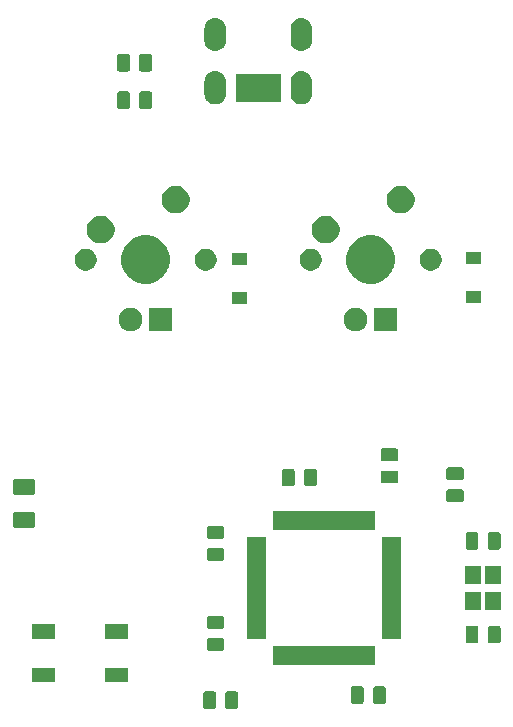
<source format=gbr>
G04 #@! TF.GenerationSoftware,KiCad,Pcbnew,(5.1.4)-1*
G04 #@! TF.CreationDate,2023-01-16T00:03:53+01:00*
G04 #@! TF.ProjectId,2ButtonKeyboardPCB,32427574-746f-46e4-9b65-79626f617264,rev?*
G04 #@! TF.SameCoordinates,Original*
G04 #@! TF.FileFunction,Soldermask,Bot*
G04 #@! TF.FilePolarity,Negative*
%FSLAX46Y46*%
G04 Gerber Fmt 4.6, Leading zero omitted, Abs format (unit mm)*
G04 Created by KiCad (PCBNEW (5.1.4)-1) date 2023-01-16 00:03:53*
%MOMM*%
%LPD*%
G04 APERTURE LIST*
%ADD10C,0.100000*%
G04 APERTURE END LIST*
D10*
G36*
X168790718Y-105616065D02*
G01*
X168829388Y-105627796D01*
X168865027Y-105646846D01*
X168896267Y-105672483D01*
X168921904Y-105703723D01*
X168940954Y-105739362D01*
X168952685Y-105778032D01*
X168957250Y-105824388D01*
X168957250Y-106900612D01*
X168952685Y-106946968D01*
X168940954Y-106985638D01*
X168921904Y-107021277D01*
X168896267Y-107052517D01*
X168865027Y-107078154D01*
X168829388Y-107097204D01*
X168790718Y-107108935D01*
X168744362Y-107113500D01*
X168093138Y-107113500D01*
X168046782Y-107108935D01*
X168008112Y-107097204D01*
X167972473Y-107078154D01*
X167941233Y-107052517D01*
X167915596Y-107021277D01*
X167896546Y-106985638D01*
X167884815Y-106946968D01*
X167880250Y-106900612D01*
X167880250Y-105824388D01*
X167884815Y-105778032D01*
X167896546Y-105739362D01*
X167915596Y-105703723D01*
X167941233Y-105672483D01*
X167972473Y-105646846D01*
X168008112Y-105627796D01*
X168046782Y-105616065D01*
X168093138Y-105611500D01*
X168744362Y-105611500D01*
X168790718Y-105616065D01*
X168790718Y-105616065D01*
G37*
G36*
X166915718Y-105616065D02*
G01*
X166954388Y-105627796D01*
X166990027Y-105646846D01*
X167021267Y-105672483D01*
X167046904Y-105703723D01*
X167065954Y-105739362D01*
X167077685Y-105778032D01*
X167082250Y-105824388D01*
X167082250Y-106900612D01*
X167077685Y-106946968D01*
X167065954Y-106985638D01*
X167046904Y-107021277D01*
X167021267Y-107052517D01*
X166990027Y-107078154D01*
X166954388Y-107097204D01*
X166915718Y-107108935D01*
X166869362Y-107113500D01*
X166218138Y-107113500D01*
X166171782Y-107108935D01*
X166133112Y-107097204D01*
X166097473Y-107078154D01*
X166066233Y-107052517D01*
X166040596Y-107021277D01*
X166021546Y-106985638D01*
X166009815Y-106946968D01*
X166005250Y-106900612D01*
X166005250Y-105824388D01*
X166009815Y-105778032D01*
X166021546Y-105739362D01*
X166040596Y-105703723D01*
X166066233Y-105672483D01*
X166097473Y-105646846D01*
X166133112Y-105627796D01*
X166171782Y-105616065D01*
X166218138Y-105611500D01*
X166869362Y-105611500D01*
X166915718Y-105616065D01*
X166915718Y-105616065D01*
G37*
G36*
X181300218Y-105171565D02*
G01*
X181338888Y-105183296D01*
X181374527Y-105202346D01*
X181405767Y-105227983D01*
X181431404Y-105259223D01*
X181450454Y-105294862D01*
X181462185Y-105333532D01*
X181466750Y-105379888D01*
X181466750Y-106456112D01*
X181462185Y-106502468D01*
X181450454Y-106541138D01*
X181431404Y-106576777D01*
X181405767Y-106608017D01*
X181374527Y-106633654D01*
X181338888Y-106652704D01*
X181300218Y-106664435D01*
X181253862Y-106669000D01*
X180602638Y-106669000D01*
X180556282Y-106664435D01*
X180517612Y-106652704D01*
X180481973Y-106633654D01*
X180450733Y-106608017D01*
X180425096Y-106576777D01*
X180406046Y-106541138D01*
X180394315Y-106502468D01*
X180389750Y-106456112D01*
X180389750Y-105379888D01*
X180394315Y-105333532D01*
X180406046Y-105294862D01*
X180425096Y-105259223D01*
X180450733Y-105227983D01*
X180481973Y-105202346D01*
X180517612Y-105183296D01*
X180556282Y-105171565D01*
X180602638Y-105167000D01*
X181253862Y-105167000D01*
X181300218Y-105171565D01*
X181300218Y-105171565D01*
G37*
G36*
X179425218Y-105171565D02*
G01*
X179463888Y-105183296D01*
X179499527Y-105202346D01*
X179530767Y-105227983D01*
X179556404Y-105259223D01*
X179575454Y-105294862D01*
X179587185Y-105333532D01*
X179591750Y-105379888D01*
X179591750Y-106456112D01*
X179587185Y-106502468D01*
X179575454Y-106541138D01*
X179556404Y-106576777D01*
X179530767Y-106608017D01*
X179499527Y-106633654D01*
X179463888Y-106652704D01*
X179425218Y-106664435D01*
X179378862Y-106669000D01*
X178727638Y-106669000D01*
X178681282Y-106664435D01*
X178642612Y-106652704D01*
X178606973Y-106633654D01*
X178575733Y-106608017D01*
X178550096Y-106576777D01*
X178531046Y-106541138D01*
X178519315Y-106502468D01*
X178514750Y-106456112D01*
X178514750Y-105379888D01*
X178519315Y-105333532D01*
X178531046Y-105294862D01*
X178550096Y-105259223D01*
X178575733Y-105227983D01*
X178606973Y-105202346D01*
X178642612Y-105183296D01*
X178681282Y-105171565D01*
X178727638Y-105167000D01*
X179378862Y-105167000D01*
X179425218Y-105171565D01*
X179425218Y-105171565D01*
G37*
G36*
X159626000Y-104844750D02*
G01*
X157724000Y-104844750D01*
X157724000Y-103642750D01*
X159626000Y-103642750D01*
X159626000Y-104844750D01*
X159626000Y-104844750D01*
G37*
G36*
X153426000Y-104844750D02*
G01*
X151524000Y-104844750D01*
X151524000Y-103642750D01*
X153426000Y-103642750D01*
X153426000Y-104844750D01*
X153426000Y-104844750D01*
G37*
G36*
X180538500Y-103338500D02*
G01*
X171886500Y-103338500D01*
X171886500Y-101736500D01*
X180538500Y-101736500D01*
X180538500Y-103338500D01*
X180538500Y-103338500D01*
G37*
G36*
X167621218Y-101114565D02*
G01*
X167659888Y-101126296D01*
X167695527Y-101145346D01*
X167726767Y-101170983D01*
X167752404Y-101202223D01*
X167771454Y-101237862D01*
X167783185Y-101276532D01*
X167787750Y-101322888D01*
X167787750Y-101974112D01*
X167783185Y-102020468D01*
X167771454Y-102059138D01*
X167752404Y-102094777D01*
X167726767Y-102126017D01*
X167695527Y-102151654D01*
X167659888Y-102170704D01*
X167621218Y-102182435D01*
X167574862Y-102187000D01*
X166498638Y-102187000D01*
X166452282Y-102182435D01*
X166413612Y-102170704D01*
X166377973Y-102151654D01*
X166346733Y-102126017D01*
X166321096Y-102094777D01*
X166302046Y-102059138D01*
X166290315Y-102020468D01*
X166285750Y-101974112D01*
X166285750Y-101322888D01*
X166290315Y-101276532D01*
X166302046Y-101237862D01*
X166321096Y-101202223D01*
X166346733Y-101170983D01*
X166377973Y-101145346D01*
X166413612Y-101126296D01*
X166452282Y-101114565D01*
X166498638Y-101110000D01*
X167574862Y-101110000D01*
X167621218Y-101114565D01*
X167621218Y-101114565D01*
G37*
G36*
X191015718Y-100059815D02*
G01*
X191054388Y-100071546D01*
X191090027Y-100090596D01*
X191121267Y-100116233D01*
X191146904Y-100147473D01*
X191165954Y-100183112D01*
X191177685Y-100221782D01*
X191182250Y-100268138D01*
X191182250Y-101344362D01*
X191177685Y-101390718D01*
X191165954Y-101429388D01*
X191146904Y-101465027D01*
X191121267Y-101496267D01*
X191090027Y-101521904D01*
X191054388Y-101540954D01*
X191015718Y-101552685D01*
X190969362Y-101557250D01*
X190318138Y-101557250D01*
X190271782Y-101552685D01*
X190233112Y-101540954D01*
X190197473Y-101521904D01*
X190166233Y-101496267D01*
X190140596Y-101465027D01*
X190121546Y-101429388D01*
X190109815Y-101390718D01*
X190105250Y-101344362D01*
X190105250Y-100268138D01*
X190109815Y-100221782D01*
X190121546Y-100183112D01*
X190140596Y-100147473D01*
X190166233Y-100116233D01*
X190197473Y-100090596D01*
X190233112Y-100071546D01*
X190271782Y-100059815D01*
X190318138Y-100055250D01*
X190969362Y-100055250D01*
X191015718Y-100059815D01*
X191015718Y-100059815D01*
G37*
G36*
X189140718Y-100059815D02*
G01*
X189179388Y-100071546D01*
X189215027Y-100090596D01*
X189246267Y-100116233D01*
X189271904Y-100147473D01*
X189290954Y-100183112D01*
X189302685Y-100221782D01*
X189307250Y-100268138D01*
X189307250Y-101344362D01*
X189302685Y-101390718D01*
X189290954Y-101429388D01*
X189271904Y-101465027D01*
X189246267Y-101496267D01*
X189215027Y-101521904D01*
X189179388Y-101540954D01*
X189140718Y-101552685D01*
X189094362Y-101557250D01*
X188443138Y-101557250D01*
X188396782Y-101552685D01*
X188358112Y-101540954D01*
X188322473Y-101521904D01*
X188291233Y-101496267D01*
X188265596Y-101465027D01*
X188246546Y-101429388D01*
X188234815Y-101390718D01*
X188230250Y-101344362D01*
X188230250Y-100268138D01*
X188234815Y-100221782D01*
X188246546Y-100183112D01*
X188265596Y-100147473D01*
X188291233Y-100116233D01*
X188322473Y-100090596D01*
X188358112Y-100071546D01*
X188396782Y-100059815D01*
X188443138Y-100055250D01*
X189094362Y-100055250D01*
X189140718Y-100059815D01*
X189140718Y-100059815D01*
G37*
G36*
X182713500Y-101163500D02*
G01*
X181111500Y-101163500D01*
X181111500Y-92511500D01*
X182713500Y-92511500D01*
X182713500Y-101163500D01*
X182713500Y-101163500D01*
G37*
G36*
X171313500Y-101163500D02*
G01*
X169711500Y-101163500D01*
X169711500Y-92511500D01*
X171313500Y-92511500D01*
X171313500Y-101163500D01*
X171313500Y-101163500D01*
G37*
G36*
X153426000Y-101144750D02*
G01*
X151524000Y-101144750D01*
X151524000Y-99942750D01*
X153426000Y-99942750D01*
X153426000Y-101144750D01*
X153426000Y-101144750D01*
G37*
G36*
X159626000Y-101144750D02*
G01*
X157724000Y-101144750D01*
X157724000Y-99942750D01*
X159626000Y-99942750D01*
X159626000Y-101144750D01*
X159626000Y-101144750D01*
G37*
G36*
X167621218Y-99239565D02*
G01*
X167659888Y-99251296D01*
X167695527Y-99270346D01*
X167726767Y-99295983D01*
X167752404Y-99327223D01*
X167771454Y-99362862D01*
X167783185Y-99401532D01*
X167787750Y-99447888D01*
X167787750Y-100099112D01*
X167783185Y-100145468D01*
X167771454Y-100184138D01*
X167752404Y-100219777D01*
X167726767Y-100251017D01*
X167695527Y-100276654D01*
X167659888Y-100295704D01*
X167621218Y-100307435D01*
X167574862Y-100312000D01*
X166498638Y-100312000D01*
X166452282Y-100307435D01*
X166413612Y-100295704D01*
X166377973Y-100276654D01*
X166346733Y-100251017D01*
X166321096Y-100219777D01*
X166302046Y-100184138D01*
X166290315Y-100145468D01*
X166285750Y-100099112D01*
X166285750Y-99447888D01*
X166290315Y-99401532D01*
X166302046Y-99362862D01*
X166321096Y-99327223D01*
X166346733Y-99295983D01*
X166377973Y-99270346D01*
X166413612Y-99251296D01*
X166452282Y-99239565D01*
X166498638Y-99235000D01*
X167574862Y-99235000D01*
X167621218Y-99239565D01*
X167621218Y-99239565D01*
G37*
G36*
X189507250Y-98688500D02*
G01*
X188205250Y-98688500D01*
X188205250Y-97186500D01*
X189507250Y-97186500D01*
X189507250Y-98688500D01*
X189507250Y-98688500D01*
G37*
G36*
X191207250Y-98688500D02*
G01*
X189905250Y-98688500D01*
X189905250Y-97186500D01*
X191207250Y-97186500D01*
X191207250Y-98688500D01*
X191207250Y-98688500D01*
G37*
G36*
X191207250Y-96488500D02*
G01*
X189905250Y-96488500D01*
X189905250Y-94986500D01*
X191207250Y-94986500D01*
X191207250Y-96488500D01*
X191207250Y-96488500D01*
G37*
G36*
X189507250Y-96488500D02*
G01*
X188205250Y-96488500D01*
X188205250Y-94986500D01*
X189507250Y-94986500D01*
X189507250Y-96488500D01*
X189507250Y-96488500D01*
G37*
G36*
X167621218Y-93494565D02*
G01*
X167659888Y-93506296D01*
X167695527Y-93525346D01*
X167726767Y-93550983D01*
X167752404Y-93582223D01*
X167771454Y-93617862D01*
X167783185Y-93656532D01*
X167787750Y-93702888D01*
X167787750Y-94354112D01*
X167783185Y-94400468D01*
X167771454Y-94439138D01*
X167752404Y-94474777D01*
X167726767Y-94506017D01*
X167695527Y-94531654D01*
X167659888Y-94550704D01*
X167621218Y-94562435D01*
X167574862Y-94567000D01*
X166498638Y-94567000D01*
X166452282Y-94562435D01*
X166413612Y-94550704D01*
X166377973Y-94531654D01*
X166346733Y-94506017D01*
X166321096Y-94474777D01*
X166302046Y-94439138D01*
X166290315Y-94400468D01*
X166285750Y-94354112D01*
X166285750Y-93702888D01*
X166290315Y-93656532D01*
X166302046Y-93617862D01*
X166321096Y-93582223D01*
X166346733Y-93550983D01*
X166377973Y-93525346D01*
X166413612Y-93506296D01*
X166452282Y-93494565D01*
X166498638Y-93490000D01*
X167574862Y-93490000D01*
X167621218Y-93494565D01*
X167621218Y-93494565D01*
G37*
G36*
X189140718Y-92122315D02*
G01*
X189179388Y-92134046D01*
X189215027Y-92153096D01*
X189246267Y-92178733D01*
X189271904Y-92209973D01*
X189290954Y-92245612D01*
X189302685Y-92284282D01*
X189307250Y-92330638D01*
X189307250Y-93406862D01*
X189302685Y-93453218D01*
X189290954Y-93491888D01*
X189271904Y-93527527D01*
X189246267Y-93558767D01*
X189215027Y-93584404D01*
X189179388Y-93603454D01*
X189140718Y-93615185D01*
X189094362Y-93619750D01*
X188443138Y-93619750D01*
X188396782Y-93615185D01*
X188358112Y-93603454D01*
X188322473Y-93584404D01*
X188291233Y-93558767D01*
X188265596Y-93527527D01*
X188246546Y-93491888D01*
X188234815Y-93453218D01*
X188230250Y-93406862D01*
X188230250Y-92330638D01*
X188234815Y-92284282D01*
X188246546Y-92245612D01*
X188265596Y-92209973D01*
X188291233Y-92178733D01*
X188322473Y-92153096D01*
X188358112Y-92134046D01*
X188396782Y-92122315D01*
X188443138Y-92117750D01*
X189094362Y-92117750D01*
X189140718Y-92122315D01*
X189140718Y-92122315D01*
G37*
G36*
X191015718Y-92122315D02*
G01*
X191054388Y-92134046D01*
X191090027Y-92153096D01*
X191121267Y-92178733D01*
X191146904Y-92209973D01*
X191165954Y-92245612D01*
X191177685Y-92284282D01*
X191182250Y-92330638D01*
X191182250Y-93406862D01*
X191177685Y-93453218D01*
X191165954Y-93491888D01*
X191146904Y-93527527D01*
X191121267Y-93558767D01*
X191090027Y-93584404D01*
X191054388Y-93603454D01*
X191015718Y-93615185D01*
X190969362Y-93619750D01*
X190318138Y-93619750D01*
X190271782Y-93615185D01*
X190233112Y-93603454D01*
X190197473Y-93584404D01*
X190166233Y-93558767D01*
X190140596Y-93527527D01*
X190121546Y-93491888D01*
X190109815Y-93453218D01*
X190105250Y-93406862D01*
X190105250Y-92330638D01*
X190109815Y-92284282D01*
X190121546Y-92245612D01*
X190140596Y-92209973D01*
X190166233Y-92178733D01*
X190197473Y-92153096D01*
X190233112Y-92134046D01*
X190271782Y-92122315D01*
X190318138Y-92117750D01*
X190969362Y-92117750D01*
X191015718Y-92122315D01*
X191015718Y-92122315D01*
G37*
G36*
X167621218Y-91619565D02*
G01*
X167659888Y-91631296D01*
X167695527Y-91650346D01*
X167726767Y-91675983D01*
X167752404Y-91707223D01*
X167771454Y-91742862D01*
X167783185Y-91781532D01*
X167787750Y-91827888D01*
X167787750Y-92479112D01*
X167783185Y-92525468D01*
X167771454Y-92564138D01*
X167752404Y-92599777D01*
X167726767Y-92631017D01*
X167695527Y-92656654D01*
X167659888Y-92675704D01*
X167621218Y-92687435D01*
X167574862Y-92692000D01*
X166498638Y-92692000D01*
X166452282Y-92687435D01*
X166413612Y-92675704D01*
X166377973Y-92656654D01*
X166346733Y-92631017D01*
X166321096Y-92599777D01*
X166302046Y-92564138D01*
X166290315Y-92525468D01*
X166285750Y-92479112D01*
X166285750Y-91827888D01*
X166290315Y-91781532D01*
X166302046Y-91742862D01*
X166321096Y-91707223D01*
X166346733Y-91675983D01*
X166377973Y-91650346D01*
X166413612Y-91631296D01*
X166452282Y-91619565D01*
X166498638Y-91615000D01*
X167574862Y-91615000D01*
X167621218Y-91619565D01*
X167621218Y-91619565D01*
G37*
G36*
X180538500Y-91938500D02*
G01*
X171886500Y-91938500D01*
X171886500Y-90336500D01*
X180538500Y-90336500D01*
X180538500Y-91938500D01*
X180538500Y-91938500D01*
G37*
G36*
X151581104Y-90422097D02*
G01*
X151617644Y-90433182D01*
X151651321Y-90451183D01*
X151680841Y-90475409D01*
X151705067Y-90504929D01*
X151723068Y-90538606D01*
X151734153Y-90575146D01*
X151738500Y-90619288D01*
X151738500Y-91568212D01*
X151734153Y-91612354D01*
X151723068Y-91648894D01*
X151705067Y-91682571D01*
X151680841Y-91712091D01*
X151651321Y-91736317D01*
X151617644Y-91754318D01*
X151581104Y-91765403D01*
X151536962Y-91769750D01*
X150088038Y-91769750D01*
X150043896Y-91765403D01*
X150007356Y-91754318D01*
X149973679Y-91736317D01*
X149944159Y-91712091D01*
X149919933Y-91682571D01*
X149901932Y-91648894D01*
X149890847Y-91612354D01*
X149886500Y-91568212D01*
X149886500Y-90619288D01*
X149890847Y-90575146D01*
X149901932Y-90538606D01*
X149919933Y-90504929D01*
X149944159Y-90475409D01*
X149973679Y-90451183D01*
X150007356Y-90433182D01*
X150043896Y-90422097D01*
X150088038Y-90417750D01*
X151536962Y-90417750D01*
X151581104Y-90422097D01*
X151581104Y-90422097D01*
G37*
G36*
X187909468Y-88509815D02*
G01*
X187948138Y-88521546D01*
X187983777Y-88540596D01*
X188015017Y-88566233D01*
X188040654Y-88597473D01*
X188059704Y-88633112D01*
X188071435Y-88671782D01*
X188076000Y-88718138D01*
X188076000Y-89369362D01*
X188071435Y-89415718D01*
X188059704Y-89454388D01*
X188040654Y-89490027D01*
X188015017Y-89521267D01*
X187983777Y-89546904D01*
X187948138Y-89565954D01*
X187909468Y-89577685D01*
X187863112Y-89582250D01*
X186786888Y-89582250D01*
X186740532Y-89577685D01*
X186701862Y-89565954D01*
X186666223Y-89546904D01*
X186634983Y-89521267D01*
X186609346Y-89490027D01*
X186590296Y-89454388D01*
X186578565Y-89415718D01*
X186574000Y-89369362D01*
X186574000Y-88718138D01*
X186578565Y-88671782D01*
X186590296Y-88633112D01*
X186609346Y-88597473D01*
X186634983Y-88566233D01*
X186666223Y-88540596D01*
X186701862Y-88521546D01*
X186740532Y-88509815D01*
X186786888Y-88505250D01*
X187863112Y-88505250D01*
X187909468Y-88509815D01*
X187909468Y-88509815D01*
G37*
G36*
X151581104Y-87622097D02*
G01*
X151617644Y-87633182D01*
X151651321Y-87651183D01*
X151680841Y-87675409D01*
X151705067Y-87704929D01*
X151723068Y-87738606D01*
X151734153Y-87775146D01*
X151738500Y-87819288D01*
X151738500Y-88768212D01*
X151734153Y-88812354D01*
X151723068Y-88848894D01*
X151705067Y-88882571D01*
X151680841Y-88912091D01*
X151651321Y-88936317D01*
X151617644Y-88954318D01*
X151581104Y-88965403D01*
X151536962Y-88969750D01*
X150088038Y-88969750D01*
X150043896Y-88965403D01*
X150007356Y-88954318D01*
X149973679Y-88936317D01*
X149944159Y-88912091D01*
X149919933Y-88882571D01*
X149901932Y-88848894D01*
X149890847Y-88812354D01*
X149886500Y-88768212D01*
X149886500Y-87819288D01*
X149890847Y-87775146D01*
X149901932Y-87738606D01*
X149919933Y-87704929D01*
X149944159Y-87675409D01*
X149973679Y-87651183D01*
X150007356Y-87633182D01*
X150043896Y-87622097D01*
X150088038Y-87617750D01*
X151536962Y-87617750D01*
X151581104Y-87622097D01*
X151581104Y-87622097D01*
G37*
G36*
X175458218Y-86756565D02*
G01*
X175496888Y-86768296D01*
X175532527Y-86787346D01*
X175563767Y-86812983D01*
X175589404Y-86844223D01*
X175608454Y-86879862D01*
X175620185Y-86918532D01*
X175624750Y-86964888D01*
X175624750Y-88041112D01*
X175620185Y-88087468D01*
X175608454Y-88126138D01*
X175589404Y-88161777D01*
X175563767Y-88193017D01*
X175532527Y-88218654D01*
X175496888Y-88237704D01*
X175458218Y-88249435D01*
X175411862Y-88254000D01*
X174760638Y-88254000D01*
X174714282Y-88249435D01*
X174675612Y-88237704D01*
X174639973Y-88218654D01*
X174608733Y-88193017D01*
X174583096Y-88161777D01*
X174564046Y-88126138D01*
X174552315Y-88087468D01*
X174547750Y-88041112D01*
X174547750Y-86964888D01*
X174552315Y-86918532D01*
X174564046Y-86879862D01*
X174583096Y-86844223D01*
X174608733Y-86812983D01*
X174639973Y-86787346D01*
X174675612Y-86768296D01*
X174714282Y-86756565D01*
X174760638Y-86752000D01*
X175411862Y-86752000D01*
X175458218Y-86756565D01*
X175458218Y-86756565D01*
G37*
G36*
X173583218Y-86756565D02*
G01*
X173621888Y-86768296D01*
X173657527Y-86787346D01*
X173688767Y-86812983D01*
X173714404Y-86844223D01*
X173733454Y-86879862D01*
X173745185Y-86918532D01*
X173749750Y-86964888D01*
X173749750Y-88041112D01*
X173745185Y-88087468D01*
X173733454Y-88126138D01*
X173714404Y-88161777D01*
X173688767Y-88193017D01*
X173657527Y-88218654D01*
X173621888Y-88237704D01*
X173583218Y-88249435D01*
X173536862Y-88254000D01*
X172885638Y-88254000D01*
X172839282Y-88249435D01*
X172800612Y-88237704D01*
X172764973Y-88218654D01*
X172733733Y-88193017D01*
X172708096Y-88161777D01*
X172689046Y-88126138D01*
X172677315Y-88087468D01*
X172672750Y-88041112D01*
X172672750Y-86964888D01*
X172677315Y-86918532D01*
X172689046Y-86879862D01*
X172708096Y-86844223D01*
X172733733Y-86812983D01*
X172764973Y-86787346D01*
X172800612Y-86768296D01*
X172839282Y-86756565D01*
X172885638Y-86752000D01*
X173536862Y-86752000D01*
X173583218Y-86756565D01*
X173583218Y-86756565D01*
G37*
G36*
X182353218Y-86922315D02*
G01*
X182391888Y-86934046D01*
X182427527Y-86953096D01*
X182458767Y-86978733D01*
X182484404Y-87009973D01*
X182503454Y-87045612D01*
X182515185Y-87084282D01*
X182519750Y-87130638D01*
X182519750Y-87781862D01*
X182515185Y-87828218D01*
X182503454Y-87866888D01*
X182484404Y-87902527D01*
X182458767Y-87933767D01*
X182427527Y-87959404D01*
X182391888Y-87978454D01*
X182353218Y-87990185D01*
X182306862Y-87994750D01*
X181230638Y-87994750D01*
X181184282Y-87990185D01*
X181145612Y-87978454D01*
X181109973Y-87959404D01*
X181078733Y-87933767D01*
X181053096Y-87902527D01*
X181034046Y-87866888D01*
X181022315Y-87828218D01*
X181017750Y-87781862D01*
X181017750Y-87130638D01*
X181022315Y-87084282D01*
X181034046Y-87045612D01*
X181053096Y-87009973D01*
X181078733Y-86978733D01*
X181109973Y-86953096D01*
X181145612Y-86934046D01*
X181184282Y-86922315D01*
X181230638Y-86917750D01*
X182306862Y-86917750D01*
X182353218Y-86922315D01*
X182353218Y-86922315D01*
G37*
G36*
X187909468Y-86634815D02*
G01*
X187948138Y-86646546D01*
X187983777Y-86665596D01*
X188015017Y-86691233D01*
X188040654Y-86722473D01*
X188059704Y-86758112D01*
X188071435Y-86796782D01*
X188076000Y-86843138D01*
X188076000Y-87494362D01*
X188071435Y-87540718D01*
X188059704Y-87579388D01*
X188040654Y-87615027D01*
X188015017Y-87646267D01*
X187983777Y-87671904D01*
X187948138Y-87690954D01*
X187909468Y-87702685D01*
X187863112Y-87707250D01*
X186786888Y-87707250D01*
X186740532Y-87702685D01*
X186701862Y-87690954D01*
X186666223Y-87671904D01*
X186634983Y-87646267D01*
X186609346Y-87615027D01*
X186590296Y-87579388D01*
X186578565Y-87540718D01*
X186574000Y-87494362D01*
X186574000Y-86843138D01*
X186578565Y-86796782D01*
X186590296Y-86758112D01*
X186609346Y-86722473D01*
X186634983Y-86691233D01*
X186666223Y-86665596D01*
X186701862Y-86646546D01*
X186740532Y-86634815D01*
X186786888Y-86630250D01*
X187863112Y-86630250D01*
X187909468Y-86634815D01*
X187909468Y-86634815D01*
G37*
G36*
X182353218Y-85047315D02*
G01*
X182391888Y-85059046D01*
X182427527Y-85078096D01*
X182458767Y-85103733D01*
X182484404Y-85134973D01*
X182503454Y-85170612D01*
X182515185Y-85209282D01*
X182519750Y-85255638D01*
X182519750Y-85906862D01*
X182515185Y-85953218D01*
X182503454Y-85991888D01*
X182484404Y-86027527D01*
X182458767Y-86058767D01*
X182427527Y-86084404D01*
X182391888Y-86103454D01*
X182353218Y-86115185D01*
X182306862Y-86119750D01*
X181230638Y-86119750D01*
X181184282Y-86115185D01*
X181145612Y-86103454D01*
X181109973Y-86084404D01*
X181078733Y-86058767D01*
X181053096Y-86027527D01*
X181034046Y-85991888D01*
X181022315Y-85953218D01*
X181017750Y-85906862D01*
X181017750Y-85255638D01*
X181022315Y-85209282D01*
X181034046Y-85170612D01*
X181053096Y-85134973D01*
X181078733Y-85103733D01*
X181109973Y-85078096D01*
X181145612Y-85059046D01*
X181184282Y-85047315D01*
X181230638Y-85042750D01*
X182306862Y-85042750D01*
X182353218Y-85047315D01*
X182353218Y-85047315D01*
G37*
G36*
X182454750Y-75139750D02*
G01*
X180447750Y-75139750D01*
X180447750Y-73132750D01*
X182454750Y-73132750D01*
X182454750Y-75139750D01*
X182454750Y-75139750D01*
G37*
G36*
X159987675Y-73138238D02*
G01*
X160153960Y-73171313D01*
X160336586Y-73246959D01*
X160500944Y-73356780D01*
X160640720Y-73496556D01*
X160750541Y-73660914D01*
X160826187Y-73843540D01*
X160864750Y-74037414D01*
X160864750Y-74235086D01*
X160826187Y-74428960D01*
X160750541Y-74611586D01*
X160640720Y-74775944D01*
X160500944Y-74915720D01*
X160336586Y-75025541D01*
X160153960Y-75101187D01*
X159987675Y-75134262D01*
X159960087Y-75139750D01*
X159762413Y-75139750D01*
X159734825Y-75134262D01*
X159568540Y-75101187D01*
X159385914Y-75025541D01*
X159221556Y-74915720D01*
X159081780Y-74775944D01*
X158971959Y-74611586D01*
X158896313Y-74428960D01*
X158857750Y-74235086D01*
X158857750Y-74037414D01*
X158896313Y-73843540D01*
X158971959Y-73660914D01*
X159081780Y-73496556D01*
X159221556Y-73356780D01*
X159385914Y-73246959D01*
X159568540Y-73171313D01*
X159734825Y-73138238D01*
X159762413Y-73132750D01*
X159960087Y-73132750D01*
X159987675Y-73138238D01*
X159987675Y-73138238D01*
G37*
G36*
X179037675Y-73138238D02*
G01*
X179203960Y-73171313D01*
X179386586Y-73246959D01*
X179550944Y-73356780D01*
X179690720Y-73496556D01*
X179800541Y-73660914D01*
X179876187Y-73843540D01*
X179914750Y-74037414D01*
X179914750Y-74235086D01*
X179876187Y-74428960D01*
X179800541Y-74611586D01*
X179690720Y-74775944D01*
X179550944Y-74915720D01*
X179386586Y-75025541D01*
X179203960Y-75101187D01*
X179037675Y-75134262D01*
X179010087Y-75139750D01*
X178812413Y-75139750D01*
X178784825Y-75134262D01*
X178618540Y-75101187D01*
X178435914Y-75025541D01*
X178271556Y-74915720D01*
X178131780Y-74775944D01*
X178021959Y-74611586D01*
X177946313Y-74428960D01*
X177907750Y-74235086D01*
X177907750Y-74037414D01*
X177946313Y-73843540D01*
X178021959Y-73660914D01*
X178131780Y-73496556D01*
X178271556Y-73356780D01*
X178435914Y-73246959D01*
X178618540Y-73171313D01*
X178784825Y-73138238D01*
X178812413Y-73132750D01*
X179010087Y-73132750D01*
X179037675Y-73138238D01*
X179037675Y-73138238D01*
G37*
G36*
X163404750Y-75139750D02*
G01*
X161397750Y-75139750D01*
X161397750Y-73132750D01*
X163404750Y-73132750D01*
X163404750Y-75139750D01*
X163404750Y-75139750D01*
G37*
G36*
X169719750Y-72794750D02*
G01*
X168417750Y-72794750D01*
X168417750Y-71792750D01*
X169719750Y-71792750D01*
X169719750Y-72794750D01*
X169719750Y-72794750D01*
G37*
G36*
X189563500Y-72732250D02*
G01*
X188261500Y-72732250D01*
X188261500Y-71730250D01*
X189563500Y-71730250D01*
X189563500Y-72732250D01*
X189563500Y-72732250D01*
G37*
G36*
X180777724Y-67089934D02*
G01*
X180995724Y-67180233D01*
X181149873Y-67244083D01*
X181484798Y-67467873D01*
X181769627Y-67752702D01*
X181993417Y-68087627D01*
X182025812Y-68165836D01*
X182147566Y-68459776D01*
X182226150Y-68854844D01*
X182226150Y-69257656D01*
X182147566Y-69652724D01*
X182096701Y-69775522D01*
X181993417Y-70024873D01*
X181769627Y-70359798D01*
X181484798Y-70644627D01*
X181149873Y-70868417D01*
X180995724Y-70932267D01*
X180777724Y-71022566D01*
X180382656Y-71101150D01*
X179979844Y-71101150D01*
X179584776Y-71022566D01*
X179366776Y-70932267D01*
X179212627Y-70868417D01*
X178877702Y-70644627D01*
X178592873Y-70359798D01*
X178369083Y-70024873D01*
X178265799Y-69775522D01*
X178214934Y-69652724D01*
X178136350Y-69257656D01*
X178136350Y-68854844D01*
X178214934Y-68459776D01*
X178336688Y-68165836D01*
X178369083Y-68087627D01*
X178592873Y-67752702D01*
X178877702Y-67467873D01*
X179212627Y-67244083D01*
X179366776Y-67180233D01*
X179584776Y-67089934D01*
X179979844Y-67011350D01*
X180382656Y-67011350D01*
X180777724Y-67089934D01*
X180777724Y-67089934D01*
G37*
G36*
X161727724Y-67089934D02*
G01*
X161945724Y-67180233D01*
X162099873Y-67244083D01*
X162434798Y-67467873D01*
X162719627Y-67752702D01*
X162943417Y-68087627D01*
X162975812Y-68165836D01*
X163097566Y-68459776D01*
X163176150Y-68854844D01*
X163176150Y-69257656D01*
X163097566Y-69652724D01*
X163046701Y-69775522D01*
X162943417Y-70024873D01*
X162719627Y-70359798D01*
X162434798Y-70644627D01*
X162099873Y-70868417D01*
X161945724Y-70932267D01*
X161727724Y-71022566D01*
X161332656Y-71101150D01*
X160929844Y-71101150D01*
X160534776Y-71022566D01*
X160316776Y-70932267D01*
X160162627Y-70868417D01*
X159827702Y-70644627D01*
X159542873Y-70359798D01*
X159319083Y-70024873D01*
X159215799Y-69775522D01*
X159164934Y-69652724D01*
X159086350Y-69257656D01*
X159086350Y-68854844D01*
X159164934Y-68459776D01*
X159286688Y-68165836D01*
X159319083Y-68087627D01*
X159542873Y-67752702D01*
X159827702Y-67467873D01*
X160162627Y-67244083D01*
X160316776Y-67180233D01*
X160534776Y-67089934D01*
X160929844Y-67011350D01*
X161332656Y-67011350D01*
X161727724Y-67089934D01*
X161727724Y-67089934D01*
G37*
G36*
X156321354Y-68165835D02*
G01*
X156489876Y-68235639D01*
X156641541Y-68336978D01*
X156770522Y-68465959D01*
X156871861Y-68617624D01*
X156941665Y-68786146D01*
X156977250Y-68965047D01*
X156977250Y-69147453D01*
X156941665Y-69326354D01*
X156871861Y-69494876D01*
X156770522Y-69646541D01*
X156641541Y-69775522D01*
X156489876Y-69876861D01*
X156321354Y-69946665D01*
X156142453Y-69982250D01*
X155960047Y-69982250D01*
X155781146Y-69946665D01*
X155612624Y-69876861D01*
X155460959Y-69775522D01*
X155331978Y-69646541D01*
X155230639Y-69494876D01*
X155160835Y-69326354D01*
X155125250Y-69147453D01*
X155125250Y-68965047D01*
X155160835Y-68786146D01*
X155230639Y-68617624D01*
X155331978Y-68465959D01*
X155460959Y-68336978D01*
X155612624Y-68235639D01*
X155781146Y-68165835D01*
X155960047Y-68130250D01*
X156142453Y-68130250D01*
X156321354Y-68165835D01*
X156321354Y-68165835D01*
G37*
G36*
X166481354Y-68165835D02*
G01*
X166649876Y-68235639D01*
X166801541Y-68336978D01*
X166930522Y-68465959D01*
X167031861Y-68617624D01*
X167101665Y-68786146D01*
X167137250Y-68965047D01*
X167137250Y-69147453D01*
X167101665Y-69326354D01*
X167031861Y-69494876D01*
X166930522Y-69646541D01*
X166801541Y-69775522D01*
X166649876Y-69876861D01*
X166481354Y-69946665D01*
X166302453Y-69982250D01*
X166120047Y-69982250D01*
X165941146Y-69946665D01*
X165772624Y-69876861D01*
X165620959Y-69775522D01*
X165491978Y-69646541D01*
X165390639Y-69494876D01*
X165320835Y-69326354D01*
X165285250Y-69147453D01*
X165285250Y-68965047D01*
X165320835Y-68786146D01*
X165390639Y-68617624D01*
X165491978Y-68465959D01*
X165620959Y-68336978D01*
X165772624Y-68235639D01*
X165941146Y-68165835D01*
X166120047Y-68130250D01*
X166302453Y-68130250D01*
X166481354Y-68165835D01*
X166481354Y-68165835D01*
G37*
G36*
X185531354Y-68165835D02*
G01*
X185699876Y-68235639D01*
X185851541Y-68336978D01*
X185980522Y-68465959D01*
X186081861Y-68617624D01*
X186151665Y-68786146D01*
X186187250Y-68965047D01*
X186187250Y-69147453D01*
X186151665Y-69326354D01*
X186081861Y-69494876D01*
X185980522Y-69646541D01*
X185851541Y-69775522D01*
X185699876Y-69876861D01*
X185531354Y-69946665D01*
X185352453Y-69982250D01*
X185170047Y-69982250D01*
X184991146Y-69946665D01*
X184822624Y-69876861D01*
X184670959Y-69775522D01*
X184541978Y-69646541D01*
X184440639Y-69494876D01*
X184370835Y-69326354D01*
X184335250Y-69147453D01*
X184335250Y-68965047D01*
X184370835Y-68786146D01*
X184440639Y-68617624D01*
X184541978Y-68465959D01*
X184670959Y-68336978D01*
X184822624Y-68235639D01*
X184991146Y-68165835D01*
X185170047Y-68130250D01*
X185352453Y-68130250D01*
X185531354Y-68165835D01*
X185531354Y-68165835D01*
G37*
G36*
X175371354Y-68165835D02*
G01*
X175539876Y-68235639D01*
X175691541Y-68336978D01*
X175820522Y-68465959D01*
X175921861Y-68617624D01*
X175991665Y-68786146D01*
X176027250Y-68965047D01*
X176027250Y-69147453D01*
X175991665Y-69326354D01*
X175921861Y-69494876D01*
X175820522Y-69646541D01*
X175691541Y-69775522D01*
X175539876Y-69876861D01*
X175371354Y-69946665D01*
X175192453Y-69982250D01*
X175010047Y-69982250D01*
X174831146Y-69946665D01*
X174662624Y-69876861D01*
X174510959Y-69775522D01*
X174381978Y-69646541D01*
X174280639Y-69494876D01*
X174210835Y-69326354D01*
X174175250Y-69147453D01*
X174175250Y-68965047D01*
X174210835Y-68786146D01*
X174280639Y-68617624D01*
X174381978Y-68465959D01*
X174510959Y-68336978D01*
X174662624Y-68235639D01*
X174831146Y-68165835D01*
X175010047Y-68130250D01*
X175192453Y-68130250D01*
X175371354Y-68165835D01*
X175371354Y-68165835D01*
G37*
G36*
X169719750Y-69494750D02*
G01*
X168417750Y-69494750D01*
X168417750Y-68492750D01*
X169719750Y-68492750D01*
X169719750Y-69494750D01*
X169719750Y-69494750D01*
G37*
G36*
X189563500Y-69432250D02*
G01*
X188261500Y-69432250D01*
X188261500Y-68430250D01*
X189563500Y-68430250D01*
X189563500Y-69432250D01*
X189563500Y-69432250D01*
G37*
G36*
X176562810Y-65355314D02*
G01*
X176714277Y-65385443D01*
X176928295Y-65474092D01*
X176928296Y-65474093D01*
X177120904Y-65602789D01*
X177284711Y-65766596D01*
X177370508Y-65895001D01*
X177413408Y-65959205D01*
X177502057Y-66173223D01*
X177547250Y-66400424D01*
X177547250Y-66632076D01*
X177502057Y-66859277D01*
X177413408Y-67073295D01*
X177413407Y-67073296D01*
X177284711Y-67265904D01*
X177120904Y-67429711D01*
X177063790Y-67467873D01*
X176928295Y-67558408D01*
X176714277Y-67647057D01*
X176562810Y-67677186D01*
X176487077Y-67692250D01*
X176255423Y-67692250D01*
X176179690Y-67677186D01*
X176028223Y-67647057D01*
X175814205Y-67558408D01*
X175678710Y-67467873D01*
X175621596Y-67429711D01*
X175457789Y-67265904D01*
X175329093Y-67073296D01*
X175329092Y-67073295D01*
X175240443Y-66859277D01*
X175195250Y-66632076D01*
X175195250Y-66400424D01*
X175240443Y-66173223D01*
X175329092Y-65959205D01*
X175371992Y-65895001D01*
X175457789Y-65766596D01*
X175621596Y-65602789D01*
X175814204Y-65474093D01*
X175814205Y-65474092D01*
X176028223Y-65385443D01*
X176179690Y-65355314D01*
X176255423Y-65340250D01*
X176487077Y-65340250D01*
X176562810Y-65355314D01*
X176562810Y-65355314D01*
G37*
G36*
X157512810Y-65355314D02*
G01*
X157664277Y-65385443D01*
X157878295Y-65474092D01*
X157878296Y-65474093D01*
X158070904Y-65602789D01*
X158234711Y-65766596D01*
X158320508Y-65895001D01*
X158363408Y-65959205D01*
X158452057Y-66173223D01*
X158497250Y-66400424D01*
X158497250Y-66632076D01*
X158452057Y-66859277D01*
X158363408Y-67073295D01*
X158363407Y-67073296D01*
X158234711Y-67265904D01*
X158070904Y-67429711D01*
X158013790Y-67467873D01*
X157878295Y-67558408D01*
X157664277Y-67647057D01*
X157512810Y-67677186D01*
X157437077Y-67692250D01*
X157205423Y-67692250D01*
X157129690Y-67677186D01*
X156978223Y-67647057D01*
X156764205Y-67558408D01*
X156628710Y-67467873D01*
X156571596Y-67429711D01*
X156407789Y-67265904D01*
X156279093Y-67073296D01*
X156279092Y-67073295D01*
X156190443Y-66859277D01*
X156145250Y-66632076D01*
X156145250Y-66400424D01*
X156190443Y-66173223D01*
X156279092Y-65959205D01*
X156321992Y-65895001D01*
X156407789Y-65766596D01*
X156571596Y-65602789D01*
X156764204Y-65474093D01*
X156764205Y-65474092D01*
X156978223Y-65385443D01*
X157129690Y-65355314D01*
X157205423Y-65340250D01*
X157437077Y-65340250D01*
X157512810Y-65355314D01*
X157512810Y-65355314D01*
G37*
G36*
X163862810Y-62815314D02*
G01*
X164014277Y-62845443D01*
X164228295Y-62934092D01*
X164228296Y-62934093D01*
X164420904Y-63062789D01*
X164584711Y-63226596D01*
X164670508Y-63355001D01*
X164713408Y-63419205D01*
X164802057Y-63633223D01*
X164847250Y-63860424D01*
X164847250Y-64092076D01*
X164802057Y-64319277D01*
X164713408Y-64533295D01*
X164713407Y-64533296D01*
X164584711Y-64725904D01*
X164420904Y-64889711D01*
X164292499Y-64975508D01*
X164228295Y-65018408D01*
X164014277Y-65107057D01*
X163862810Y-65137186D01*
X163787077Y-65152250D01*
X163555423Y-65152250D01*
X163479690Y-65137186D01*
X163328223Y-65107057D01*
X163114205Y-65018408D01*
X163050001Y-64975508D01*
X162921596Y-64889711D01*
X162757789Y-64725904D01*
X162629093Y-64533296D01*
X162629092Y-64533295D01*
X162540443Y-64319277D01*
X162495250Y-64092076D01*
X162495250Y-63860424D01*
X162540443Y-63633223D01*
X162629092Y-63419205D01*
X162671992Y-63355001D01*
X162757789Y-63226596D01*
X162921596Y-63062789D01*
X163114204Y-62934093D01*
X163114205Y-62934092D01*
X163328223Y-62845443D01*
X163479690Y-62815314D01*
X163555423Y-62800250D01*
X163787077Y-62800250D01*
X163862810Y-62815314D01*
X163862810Y-62815314D01*
G37*
G36*
X182912810Y-62815314D02*
G01*
X183064277Y-62845443D01*
X183278295Y-62934092D01*
X183278296Y-62934093D01*
X183470904Y-63062789D01*
X183634711Y-63226596D01*
X183720508Y-63355001D01*
X183763408Y-63419205D01*
X183852057Y-63633223D01*
X183897250Y-63860424D01*
X183897250Y-64092076D01*
X183852057Y-64319277D01*
X183763408Y-64533295D01*
X183763407Y-64533296D01*
X183634711Y-64725904D01*
X183470904Y-64889711D01*
X183342499Y-64975508D01*
X183278295Y-65018408D01*
X183064277Y-65107057D01*
X182912810Y-65137186D01*
X182837077Y-65152250D01*
X182605423Y-65152250D01*
X182529690Y-65137186D01*
X182378223Y-65107057D01*
X182164205Y-65018408D01*
X182100001Y-64975508D01*
X181971596Y-64889711D01*
X181807789Y-64725904D01*
X181679093Y-64533296D01*
X181679092Y-64533295D01*
X181590443Y-64319277D01*
X181545250Y-64092076D01*
X181545250Y-63860424D01*
X181590443Y-63633223D01*
X181679092Y-63419205D01*
X181721992Y-63355001D01*
X181807789Y-63226596D01*
X181971596Y-63062789D01*
X182164204Y-62934093D01*
X182164205Y-62934092D01*
X182378223Y-62845443D01*
X182529690Y-62815314D01*
X182605423Y-62800250D01*
X182837077Y-62800250D01*
X182912810Y-62815314D01*
X182912810Y-62815314D01*
G37*
G36*
X161503218Y-54816065D02*
G01*
X161541888Y-54827796D01*
X161577527Y-54846846D01*
X161608767Y-54872483D01*
X161634404Y-54903723D01*
X161653454Y-54939362D01*
X161665185Y-54978032D01*
X161669750Y-55024388D01*
X161669750Y-56100612D01*
X161665185Y-56146968D01*
X161653454Y-56185638D01*
X161634404Y-56221277D01*
X161608767Y-56252517D01*
X161577527Y-56278154D01*
X161541888Y-56297204D01*
X161503218Y-56308935D01*
X161456862Y-56313500D01*
X160805638Y-56313500D01*
X160759282Y-56308935D01*
X160720612Y-56297204D01*
X160684973Y-56278154D01*
X160653733Y-56252517D01*
X160628096Y-56221277D01*
X160609046Y-56185638D01*
X160597315Y-56146968D01*
X160592750Y-56100612D01*
X160592750Y-55024388D01*
X160597315Y-54978032D01*
X160609046Y-54939362D01*
X160628096Y-54903723D01*
X160653733Y-54872483D01*
X160684973Y-54846846D01*
X160720612Y-54827796D01*
X160759282Y-54816065D01*
X160805638Y-54811500D01*
X161456862Y-54811500D01*
X161503218Y-54816065D01*
X161503218Y-54816065D01*
G37*
G36*
X159628218Y-54816065D02*
G01*
X159666888Y-54827796D01*
X159702527Y-54846846D01*
X159733767Y-54872483D01*
X159759404Y-54903723D01*
X159778454Y-54939362D01*
X159790185Y-54978032D01*
X159794750Y-55024388D01*
X159794750Y-56100612D01*
X159790185Y-56146968D01*
X159778454Y-56185638D01*
X159759404Y-56221277D01*
X159733767Y-56252517D01*
X159702527Y-56278154D01*
X159666888Y-56297204D01*
X159628218Y-56308935D01*
X159581862Y-56313500D01*
X158930638Y-56313500D01*
X158884282Y-56308935D01*
X158845612Y-56297204D01*
X158809973Y-56278154D01*
X158778733Y-56252517D01*
X158753096Y-56221277D01*
X158734046Y-56185638D01*
X158722315Y-56146968D01*
X158717750Y-56100612D01*
X158717750Y-55024388D01*
X158722315Y-54978032D01*
X158734046Y-54939362D01*
X158753096Y-54903723D01*
X158778733Y-54872483D01*
X158809973Y-54846846D01*
X158845612Y-54827796D01*
X158884282Y-54816065D01*
X158930638Y-54811500D01*
X159581862Y-54811500D01*
X159628218Y-54816065D01*
X159628218Y-54816065D01*
G37*
G36*
X174482877Y-53118287D02*
G01*
X174652716Y-53169807D01*
X174809241Y-53253472D01*
X174844979Y-53282802D01*
X174946436Y-53366064D01*
X175029698Y-53467521D01*
X175059028Y-53503259D01*
X175142693Y-53659784D01*
X175194213Y-53829623D01*
X175194213Y-53829625D01*
X175207250Y-53961990D01*
X175207250Y-55050510D01*
X175200731Y-55116693D01*
X175194213Y-55182877D01*
X175142693Y-55352716D01*
X175059028Y-55509241D01*
X175029698Y-55544979D01*
X174946436Y-55646436D01*
X174809239Y-55759029D01*
X174652717Y-55842692D01*
X174652715Y-55842693D01*
X174482876Y-55894213D01*
X174306250Y-55911609D01*
X174129623Y-55894213D01*
X173959784Y-55842693D01*
X173803259Y-55759028D01*
X173767521Y-55729698D01*
X173666064Y-55646436D01*
X173553471Y-55509239D01*
X173469808Y-55352717D01*
X173469807Y-55352715D01*
X173418287Y-55182876D01*
X173405250Y-55050507D01*
X173405251Y-53961992D01*
X173418288Y-53829623D01*
X173469808Y-53659784D01*
X173553473Y-53503259D01*
X173582803Y-53467521D01*
X173666065Y-53366064D01*
X173767522Y-53282802D01*
X173803260Y-53253472D01*
X173959785Y-53169807D01*
X174129624Y-53118287D01*
X174306250Y-53100891D01*
X174482877Y-53118287D01*
X174482877Y-53118287D01*
G37*
G36*
X167182877Y-53118287D02*
G01*
X167352716Y-53169807D01*
X167509241Y-53253472D01*
X167544979Y-53282802D01*
X167646436Y-53366064D01*
X167729698Y-53467521D01*
X167759028Y-53503259D01*
X167842693Y-53659784D01*
X167894213Y-53829623D01*
X167894213Y-53829625D01*
X167907250Y-53961990D01*
X167907250Y-55050510D01*
X167900731Y-55116693D01*
X167894213Y-55182877D01*
X167842693Y-55352716D01*
X167759028Y-55509241D01*
X167729698Y-55544979D01*
X167646436Y-55646436D01*
X167509239Y-55759029D01*
X167352717Y-55842692D01*
X167352715Y-55842693D01*
X167182876Y-55894213D01*
X167006250Y-55911609D01*
X166829623Y-55894213D01*
X166659784Y-55842693D01*
X166503259Y-55759028D01*
X166467521Y-55729698D01*
X166366064Y-55646436D01*
X166253471Y-55509239D01*
X166169808Y-55352717D01*
X166169807Y-55352715D01*
X166118287Y-55182876D01*
X166105250Y-55050507D01*
X166105251Y-53961992D01*
X166118288Y-53829623D01*
X166169808Y-53659784D01*
X166253473Y-53503259D01*
X166282803Y-53467521D01*
X166366065Y-53366064D01*
X166467522Y-53282802D01*
X166503260Y-53253472D01*
X166659785Y-53169807D01*
X166829624Y-53118287D01*
X167006250Y-53100891D01*
X167182877Y-53118287D01*
X167182877Y-53118287D01*
G37*
G36*
X172557250Y-55682250D02*
G01*
X168755250Y-55682250D01*
X168755250Y-53330250D01*
X172557250Y-53330250D01*
X172557250Y-55682250D01*
X172557250Y-55682250D01*
G37*
G36*
X159628218Y-51641065D02*
G01*
X159666888Y-51652796D01*
X159702527Y-51671846D01*
X159733767Y-51697483D01*
X159759404Y-51728723D01*
X159778454Y-51764362D01*
X159790185Y-51803032D01*
X159794750Y-51849388D01*
X159794750Y-52925612D01*
X159790185Y-52971968D01*
X159778454Y-53010638D01*
X159759404Y-53046277D01*
X159733767Y-53077517D01*
X159702527Y-53103154D01*
X159666888Y-53122204D01*
X159628218Y-53133935D01*
X159581862Y-53138500D01*
X158930638Y-53138500D01*
X158884282Y-53133935D01*
X158845612Y-53122204D01*
X158809973Y-53103154D01*
X158778733Y-53077517D01*
X158753096Y-53046277D01*
X158734046Y-53010638D01*
X158722315Y-52971968D01*
X158717750Y-52925612D01*
X158717750Y-51849388D01*
X158722315Y-51803032D01*
X158734046Y-51764362D01*
X158753096Y-51728723D01*
X158778733Y-51697483D01*
X158809973Y-51671846D01*
X158845612Y-51652796D01*
X158884282Y-51641065D01*
X158930638Y-51636500D01*
X159581862Y-51636500D01*
X159628218Y-51641065D01*
X159628218Y-51641065D01*
G37*
G36*
X161503218Y-51641065D02*
G01*
X161541888Y-51652796D01*
X161577527Y-51671846D01*
X161608767Y-51697483D01*
X161634404Y-51728723D01*
X161653454Y-51764362D01*
X161665185Y-51803032D01*
X161669750Y-51849388D01*
X161669750Y-52925612D01*
X161665185Y-52971968D01*
X161653454Y-53010638D01*
X161634404Y-53046277D01*
X161608767Y-53077517D01*
X161577527Y-53103154D01*
X161541888Y-53122204D01*
X161503218Y-53133935D01*
X161456862Y-53138500D01*
X160805638Y-53138500D01*
X160759282Y-53133935D01*
X160720612Y-53122204D01*
X160684973Y-53103154D01*
X160653733Y-53077517D01*
X160628096Y-53046277D01*
X160609046Y-53010638D01*
X160597315Y-52971968D01*
X160592750Y-52925612D01*
X160592750Y-51849388D01*
X160597315Y-51803032D01*
X160609046Y-51764362D01*
X160628096Y-51728723D01*
X160653733Y-51697483D01*
X160684973Y-51671846D01*
X160720612Y-51652796D01*
X160759282Y-51641065D01*
X160805638Y-51636500D01*
X161456862Y-51636500D01*
X161503218Y-51641065D01*
X161503218Y-51641065D01*
G37*
G36*
X174482877Y-48618287D02*
G01*
X174652716Y-48669807D01*
X174809241Y-48753472D01*
X174844979Y-48782802D01*
X174946436Y-48866064D01*
X175029698Y-48967521D01*
X175059028Y-49003259D01*
X175142693Y-49159784D01*
X175194213Y-49329623D01*
X175207250Y-49461992D01*
X175207250Y-50550508D01*
X175194213Y-50682877D01*
X175142693Y-50852716D01*
X175059028Y-51009241D01*
X175029698Y-51044979D01*
X174946436Y-51146436D01*
X174809239Y-51259029D01*
X174652717Y-51342692D01*
X174652715Y-51342693D01*
X174482876Y-51394213D01*
X174306250Y-51411609D01*
X174129623Y-51394213D01*
X173959784Y-51342693D01*
X173803259Y-51259028D01*
X173767521Y-51229698D01*
X173666064Y-51146436D01*
X173553471Y-51009239D01*
X173469808Y-50852717D01*
X173469807Y-50852715D01*
X173418287Y-50682876D01*
X173405250Y-50550507D01*
X173405251Y-49461992D01*
X173418288Y-49329623D01*
X173469808Y-49159784D01*
X173553473Y-49003259D01*
X173582803Y-48967521D01*
X173666065Y-48866064D01*
X173767522Y-48782802D01*
X173803260Y-48753472D01*
X173959785Y-48669807D01*
X174129624Y-48618287D01*
X174306250Y-48600891D01*
X174482877Y-48618287D01*
X174482877Y-48618287D01*
G37*
G36*
X167182877Y-48618287D02*
G01*
X167352716Y-48669807D01*
X167509241Y-48753472D01*
X167544979Y-48782802D01*
X167646436Y-48866064D01*
X167729698Y-48967521D01*
X167759028Y-49003259D01*
X167842693Y-49159784D01*
X167894213Y-49329623D01*
X167907250Y-49461992D01*
X167907250Y-50550508D01*
X167894213Y-50682877D01*
X167842693Y-50852716D01*
X167759028Y-51009241D01*
X167729698Y-51044979D01*
X167646436Y-51146436D01*
X167509239Y-51259029D01*
X167352717Y-51342692D01*
X167352715Y-51342693D01*
X167182876Y-51394213D01*
X167006250Y-51411609D01*
X166829623Y-51394213D01*
X166659784Y-51342693D01*
X166503259Y-51259028D01*
X166467521Y-51229698D01*
X166366064Y-51146436D01*
X166253471Y-51009239D01*
X166169808Y-50852717D01*
X166169807Y-50852715D01*
X166118287Y-50682876D01*
X166105250Y-50550507D01*
X166105251Y-49461992D01*
X166118288Y-49329623D01*
X166169808Y-49159784D01*
X166253473Y-49003259D01*
X166282803Y-48967521D01*
X166366065Y-48866064D01*
X166467522Y-48782802D01*
X166503260Y-48753472D01*
X166659785Y-48669807D01*
X166829624Y-48618287D01*
X167006250Y-48600891D01*
X167182877Y-48618287D01*
X167182877Y-48618287D01*
G37*
M02*

</source>
